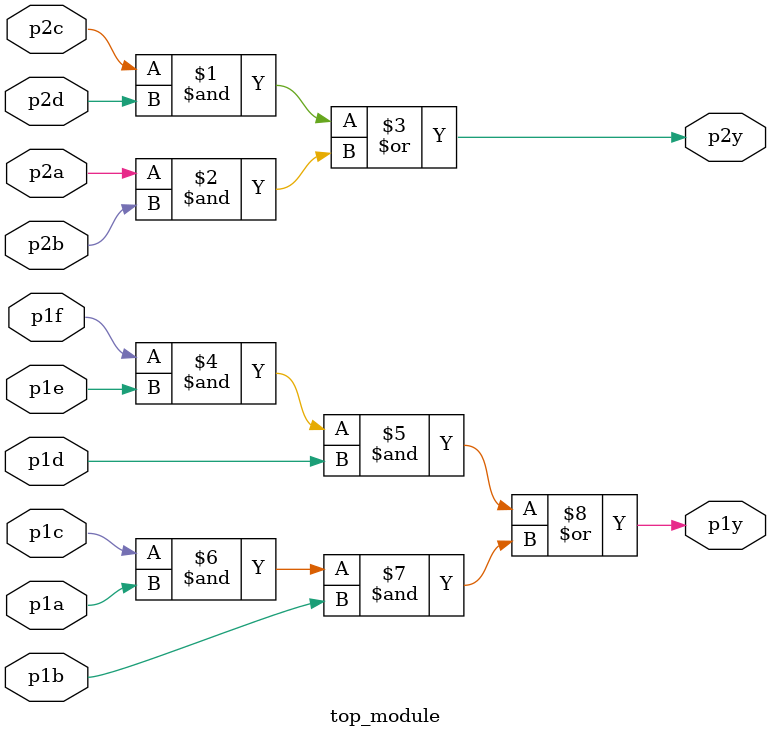
<source format=sv>
module top_module ( 
    input p1a, p1b, p1c, p1d, p1e, p1f,
    output p1y,
    input p2a, p2b, p2c, p2d,
    output p2y );
    assign p2y=(p2c&p2d)|(p2a&p2b);
	assign p1y=(p1f&p1e&p1d)|(p1c&p1a&p1b);
endmodule

</source>
